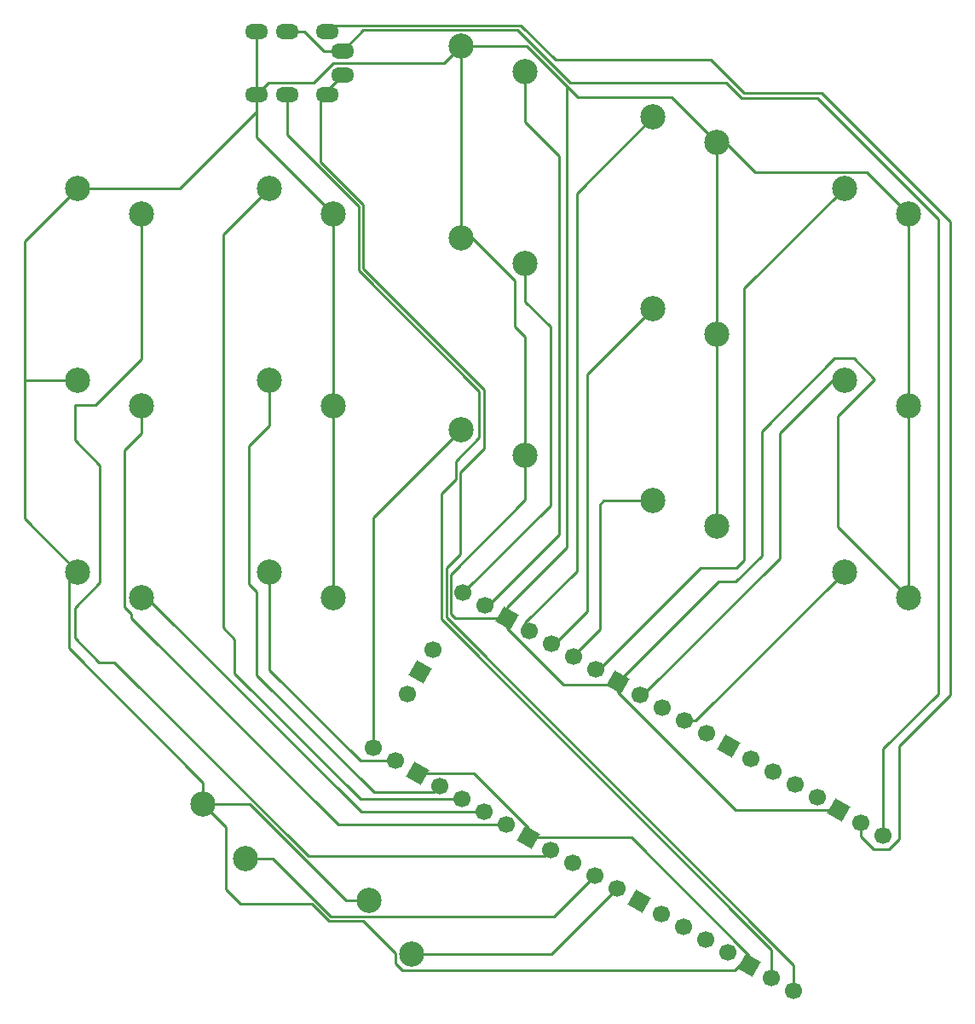
<source format=gbr>
%TF.GenerationSoftware,KiCad,Pcbnew,7.0.8-7.0.8~ubuntu22.04.1*%
%TF.CreationDate,2023-10-30T21:17:08+03:00*%
%TF.ProjectId,Keeb,4b656562-2e6b-4696-9361-645f70636258,rev?*%
%TF.SameCoordinates,Original*%
%TF.FileFunction,Copper,L1,Top*%
%TF.FilePolarity,Positive*%
%FSLAX46Y46*%
G04 Gerber Fmt 4.6, Leading zero omitted, Abs format (unit mm)*
G04 Created by KiCad (PCBNEW 7.0.8-7.0.8~ubuntu22.04.1) date 2023-10-30 21:17:08*
%MOMM*%
%LPD*%
G01*
G04 APERTURE LIST*
G04 Aperture macros list*
%AMHorizOval*
0 Thick line with rounded ends*
0 $1 width*
0 $2 $3 position (X,Y) of the first rounded end (center of the circle)*
0 $4 $5 position (X,Y) of the second rounded end (center of the circle)*
0 Add line between two ends*
20,1,$1,$2,$3,$4,$5,0*
0 Add two circle primitives to create the rounded ends*
1,1,$1,$2,$3*
1,1,$1,$4,$5*%
%AMRotRect*
0 Rectangle, with rotation*
0 The origin of the aperture is its center*
0 $1 length*
0 $2 width*
0 $3 Rotation angle, in degrees counterclockwise*
0 Add horizontal line*
21,1,$1,$2,0,0,$3*%
G04 Aperture macros list end*
%TA.AperFunction,ComponentPad*%
%ADD10O,2.300000X1.500000*%
%TD*%
%TA.AperFunction,ComponentPad*%
%ADD11C,2.500000*%
%TD*%
%TA.AperFunction,ComponentPad*%
%ADD12HorizOval,1.700000X0.000000X0.000000X0.000000X0.000000X0*%
%TD*%
%TA.AperFunction,ComponentPad*%
%ADD13RotRect,1.700000X1.700000X60.000000*%
%TD*%
%TA.AperFunction,Conductor*%
%ADD14C,0.250000*%
%TD*%
G04 APERTURE END LIST*
D10*
%TO.P,J2,1,A*%
%TO.N,0*%
X135880000Y-39280000D03*
%TO.P,J2,2,B*%
%TO.N,GND*%
X127380000Y-34980000D03*
%TO.P,J2,3,C*%
%TO.N,3v3*%
X130380000Y-34980000D03*
%TO.P,J2,4,D*%
%TO.N,VSYS*%
X134380000Y-34980000D03*
%TD*%
%TO.P,J1,1,A*%
%TO.N,3v3*%
X135875000Y-36917944D03*
%TO.P,J1,2,B*%
%TO.N,GND*%
X127375000Y-41217944D03*
%TO.P,J1,3,C*%
%TO.N,1*%
X130375000Y-41217944D03*
%TO.P,J1,4,D*%
%TO.N,0*%
X134375000Y-41217944D03*
%TD*%
D11*
%TO.P,SW3,1*%
%TO.N,GND*%
X192135000Y-53077944D03*
%TO.P,SW3,2*%
%TO.N,21*%
X185785000Y-50537944D03*
%TD*%
%TO.P,SW4,1*%
%TO.N,GND*%
X192135000Y-72127944D03*
%TO.P,SW4,2*%
%TO.N,22*%
X185785000Y-69587944D03*
%TD*%
%TO.P,SW5,1*%
%TO.N,GND*%
X192135000Y-91177944D03*
%TO.P,SW5,2*%
%TO.N,26*%
X185785000Y-88637944D03*
%TD*%
%TO.P,SW6,1*%
%TO.N,GND*%
X173085000Y-46027944D03*
%TO.P,SW6,2*%
%TO.N,18*%
X166735000Y-43487944D03*
%TD*%
%TO.P,SW7,1*%
%TO.N,GND*%
X173085000Y-65077944D03*
%TO.P,SW7,2*%
%TO.N,19*%
X166735000Y-62537944D03*
%TD*%
%TO.P,SW8,1*%
%TO.N,GND*%
X173085000Y-84127944D03*
%TO.P,SW8,2*%
%TO.N,20*%
X166735000Y-81587944D03*
%TD*%
%TO.P,SW9,1*%
%TO.N,17*%
X154035000Y-38977944D03*
%TO.P,SW9,2*%
%TO.N,GND*%
X147685000Y-36437944D03*
%TD*%
%TO.P,SW10,1*%
%TO.N,16*%
X154035000Y-58027944D03*
%TO.P,SW10,2*%
%TO.N,GND*%
X147685000Y-55487944D03*
%TD*%
%TO.P,SW11,1*%
%TO.N,GND*%
X154035000Y-77077944D03*
%TO.P,SW11,2*%
%TO.N,15*%
X147685000Y-74537944D03*
%TD*%
%TO.P,SW13,1*%
%TO.N,GND*%
X134985000Y-53077944D03*
%TO.P,SW13,2*%
%TO.N,12*%
X128635000Y-50537944D03*
%TD*%
%TO.P,SW14,1*%
%TO.N,GND*%
X134985000Y-72127944D03*
%TO.P,SW14,2*%
%TO.N,13*%
X128635000Y-69587944D03*
%TD*%
%TO.P,SW15,1*%
%TO.N,GND*%
X134985000Y-91177944D03*
%TO.P,SW15,2*%
%TO.N,14*%
X128635000Y-88637944D03*
%TD*%
%TO.P,SW16,1*%
%TO.N,6*%
X142781914Y-126612806D03*
%TO.P,SW16,2*%
%TO.N,GND*%
X138552652Y-121238102D03*
%TD*%
%TO.P,SW17,1*%
%TO.N,9*%
X115935000Y-53077944D03*
%TO.P,SW17,2*%
%TO.N,GND*%
X109585000Y-50537944D03*
%TD*%
%TO.P,SW18,1*%
%TO.N,10*%
X115935000Y-72127944D03*
%TO.P,SW18,2*%
%TO.N,GND*%
X109585000Y-69587944D03*
%TD*%
%TO.P,SW19,1*%
%TO.N,11*%
X115935000Y-91177944D03*
%TO.P,SW19,2*%
%TO.N,GND*%
X109585000Y-88637944D03*
%TD*%
%TO.P,SW20,1*%
%TO.N,7*%
X126284130Y-117087806D03*
%TO.P,SW20,2*%
%TO.N,GND*%
X122054868Y-111713102D03*
%TD*%
D12*
%TO.P,U1,1,GPIO0*%
%TO.N,0*%
X180742193Y-130263966D03*
%TO.P,U1,2,GPIO1*%
%TO.N,1*%
X178542488Y-128993966D03*
D13*
%TO.P,U1,3,GND*%
%TO.N,GND*%
X176342784Y-127723966D03*
D12*
%TO.P,U1,4,GPIO2*%
%TO.N,2*%
X174143079Y-126453966D03*
%TO.P,U1,5,GPIO3*%
%TO.N,3*%
X171943375Y-125183966D03*
%TO.P,U1,6,GPIO4*%
%TO.N,4*%
X169743670Y-123913966D03*
%TO.P,U1,7,GPIO5*%
%TO.N,5*%
X167543966Y-122643966D03*
D13*
%TO.P,U1,8,GND*%
%TO.N,unconnected-(U1-GND-Pad8)*%
X165344261Y-121373966D03*
D12*
%TO.P,U1,9,GPIO6*%
%TO.N,6*%
X163144557Y-120103966D03*
%TO.P,U1,10,GPIO7*%
%TO.N,7*%
X160944852Y-118833966D03*
%TO.P,U1,11,GPIO8*%
%TO.N,8*%
X158745148Y-117563966D03*
%TO.P,U1,12,GPIO9*%
%TO.N,9*%
X156545443Y-116293966D03*
D13*
%TO.P,U1,13,GND*%
%TO.N,GND*%
X154345739Y-115023966D03*
D12*
%TO.P,U1,14,GPIO10*%
%TO.N,10*%
X152146034Y-113753966D03*
%TO.P,U1,15,GPIO11*%
%TO.N,11*%
X149946330Y-112483966D03*
%TO.P,U1,16,GPIO12*%
%TO.N,12*%
X147746625Y-111213966D03*
%TO.P,U1,17,GPIO13*%
%TO.N,13*%
X145546921Y-109943966D03*
D13*
%TO.P,U1,18,GND*%
%TO.N,GND*%
X143347216Y-108673966D03*
D12*
%TO.P,U1,19,GPIO14*%
%TO.N,14*%
X141147512Y-107403966D03*
%TO.P,U1,20,GPIO15*%
%TO.N,15*%
X138947807Y-106133966D03*
%TO.P,U1,21,GPIO16*%
%TO.N,16*%
X147837807Y-90736034D03*
%TO.P,U1,22,GPIO17*%
%TO.N,17*%
X150037512Y-92006034D03*
D13*
%TO.P,U1,23,GND*%
%TO.N,GND*%
X152237216Y-93276034D03*
D12*
%TO.P,U1,24,GPIO18*%
%TO.N,18*%
X154436921Y-94546034D03*
%TO.P,U1,25,GPIO19*%
%TO.N,19*%
X156636625Y-95816034D03*
%TO.P,U1,26,GPIO20*%
%TO.N,20*%
X158836330Y-97086034D03*
%TO.P,U1,27,GPIO21*%
%TO.N,21*%
X161036034Y-98356034D03*
D13*
%TO.P,U1,28,GND*%
%TO.N,GND*%
X163235739Y-99626034D03*
D12*
%TO.P,U1,29,GPIO22*%
%TO.N,22*%
X165435443Y-100896034D03*
%TO.P,U1,30,RUN*%
%TO.N,unconnected-(U1-RUN-Pad30)*%
X167635148Y-102166034D03*
%TO.P,U1,31,GPIO26_ADC0*%
%TO.N,26*%
X169834852Y-103436034D03*
%TO.P,U1,32,GPIO27_ADC1*%
%TO.N,27*%
X172034557Y-104706034D03*
D13*
%TO.P,U1,33,AGND*%
%TO.N,unconnected-(U1-AGND-Pad33)*%
X174234261Y-105976034D03*
D12*
%TO.P,U1,34,GPIO28_ADC2*%
%TO.N,28*%
X176433966Y-107246034D03*
%TO.P,U1,35,ADC_VREF*%
%TO.N,unconnected-(U1-ADC_VREF-Pad35)*%
X178633670Y-108516034D03*
%TO.P,U1,36,3V3*%
%TO.N,unconnected-(U1-3V3-Pad36)*%
X180833375Y-109786034D03*
%TO.P,U1,37,3V3_EN*%
%TO.N,unconnected-(U1-3V3_EN-Pad37)*%
X183033079Y-111056034D03*
D13*
%TO.P,U1,38,GND*%
%TO.N,GND*%
X185232784Y-112326034D03*
D12*
%TO.P,U1,39,VSYS*%
%TO.N,VSYS*%
X187432488Y-113596034D03*
%TO.P,U1,40,VBUS*%
%TO.N,3v3*%
X189632193Y-114866034D03*
%TO.P,U1,41,SWCLK*%
%TO.N,unconnected-(U1-SWCLK-Pad41)*%
X142321993Y-100749705D03*
D13*
%TO.P,U1,42,GND*%
%TO.N,unconnected-(U1-GND-Pad42)*%
X143591993Y-98550000D03*
D12*
%TO.P,U1,43,SWDIO*%
%TO.N,unconnected-(U1-SWDIO-Pad43)*%
X144861993Y-96350295D03*
%TD*%
D14*
%TO.N,9*%
X111820000Y-89720000D02*
X111820000Y-78070000D01*
X113210000Y-97600000D02*
X111720000Y-97600000D01*
X109340000Y-95220000D02*
X109340000Y-92200000D01*
X111374187Y-72060000D02*
X115935000Y-67499187D01*
X132502534Y-116892534D02*
X113210000Y-97600000D01*
X109340000Y-92200000D02*
X111820000Y-89720000D01*
X111720000Y-97600000D02*
X109340000Y-95220000D01*
X115935000Y-67499187D02*
X115935000Y-53077944D01*
X109330000Y-72060000D02*
X111374187Y-72060000D01*
X109330000Y-75580000D02*
X109330000Y-72060000D01*
X111820000Y-78070000D02*
X109330000Y-75580000D01*
X156545443Y-116293966D02*
X155946875Y-116892534D01*
X155946875Y-116892534D02*
X132502534Y-116892534D01*
%TO.N,10*%
X114950000Y-93230711D02*
X114950000Y-92850000D01*
X114950000Y-92850000D02*
X114210000Y-92110000D01*
X114210000Y-76578097D02*
X115935000Y-74853097D01*
X152146034Y-113753966D02*
X135473255Y-113753966D01*
X114210000Y-92110000D02*
X114210000Y-76578097D01*
X115935000Y-74853097D02*
X115935000Y-72127944D01*
X135473255Y-113753966D02*
X114950000Y-93230711D01*
%TO.N,11*%
X116432767Y-91177944D02*
X115935000Y-91177944D01*
X137738789Y-112483966D02*
X116432767Y-91177944D01*
X149946330Y-112483966D02*
X137738789Y-112483966D01*
%TO.N,13*%
X127356396Y-98886396D02*
X127356396Y-90646396D01*
X126580000Y-76130000D02*
X128635000Y-74075000D01*
X145546921Y-109943966D02*
X144948353Y-110542534D01*
X126580000Y-89870000D02*
X126580000Y-76130000D01*
X128635000Y-74075000D02*
X128635000Y-69587944D01*
X144948353Y-110542534D02*
X139012534Y-110542534D01*
X127356396Y-90646396D02*
X126580000Y-89870000D01*
X139012534Y-110542534D02*
X127356396Y-98886396D01*
%TO.N,16*%
X147837807Y-90736034D02*
X156555000Y-82018841D01*
X154035000Y-61795000D02*
X154035000Y-58027944D01*
X156555000Y-82018841D02*
X156555000Y-64315000D01*
X156555000Y-64315000D02*
X154035000Y-61795000D01*
%TO.N,17*%
X157420000Y-84944486D02*
X157420000Y-47321701D01*
X150358452Y-92006034D02*
X157420000Y-84944486D01*
X154035000Y-43936701D02*
X154035000Y-38977944D01*
X150037512Y-92006034D02*
X150358452Y-92006034D01*
X157420000Y-47321701D02*
X154035000Y-43936701D01*
%TO.N,18*%
X154436921Y-94546034D02*
X154070000Y-94179113D01*
X154070000Y-94179113D02*
X154070000Y-93696053D01*
X154070000Y-93696053D02*
X159180000Y-88586053D01*
X159180000Y-88586053D02*
X159180000Y-51042944D01*
X159180000Y-51042944D02*
X166735000Y-43487944D01*
%TO.N,19*%
X156636625Y-95816034D02*
X156957565Y-95816034D01*
X160250000Y-92523599D02*
X160250000Y-69022944D01*
X160250000Y-69022944D02*
X166735000Y-62537944D01*
X156957565Y-95816034D02*
X160250000Y-92523599D01*
%TO.N,20*%
X158836330Y-97086034D02*
X158836330Y-96943670D01*
X161460000Y-94320000D02*
X161460000Y-81942944D01*
X161815000Y-81587944D02*
X166735000Y-81587944D01*
X161460000Y-81942944D02*
X161815000Y-81587944D01*
X158836330Y-96943670D02*
X161460000Y-94320000D01*
%TO.N,21*%
X161036034Y-98356034D02*
X161356974Y-98356034D01*
X161356974Y-98356034D02*
X171463008Y-88250000D01*
X171463008Y-88250000D02*
X175020000Y-88250000D01*
X175020000Y-88250000D02*
X175830000Y-87440000D01*
X175830000Y-87440000D02*
X175830000Y-60492944D01*
X175830000Y-60492944D02*
X185785000Y-50537944D01*
%TO.N,22*%
X165756383Y-100896034D02*
X165435443Y-100896034D01*
X184612056Y-69587944D02*
X179350000Y-74850000D01*
X179350000Y-87302417D02*
X165756383Y-100896034D01*
X185785000Y-69587944D02*
X184612056Y-69587944D01*
X179350000Y-74850000D02*
X179350000Y-87302417D01*
%TO.N,26*%
X185785000Y-88637944D02*
X170986910Y-103436034D01*
X170986910Y-103436034D02*
X169834852Y-103436034D01*
%TO.N,GND*%
X109585000Y-50537944D02*
X104310000Y-55812944D01*
X108704479Y-89518465D02*
X108704479Y-96217423D01*
X124300000Y-120170000D02*
X124300000Y-113958234D01*
X154020000Y-77062944D02*
X154020000Y-65310000D01*
X163235739Y-99626034D02*
X163019618Y-99842155D01*
X154217944Y-36437944D02*
X153715660Y-36437944D01*
X104310000Y-83362944D02*
X109585000Y-88637944D01*
X154035000Y-81505000D02*
X146662807Y-88877193D01*
X152237216Y-93276034D02*
X152237216Y-92112784D01*
X173250000Y-89630000D02*
X163253966Y-99626034D01*
X154035000Y-77077944D02*
X154035000Y-81505000D01*
X146662807Y-88877193D02*
X146662807Y-92846411D01*
X104310000Y-55812944D02*
X104310000Y-69702944D01*
X128550000Y-40042944D02*
X133027056Y-40042944D01*
X104425000Y-69587944D02*
X104310000Y-69702944D01*
X188020000Y-48962944D02*
X192135000Y-53077944D01*
X146662807Y-92846411D02*
X147092430Y-93276034D01*
X163235739Y-100607530D02*
X163235739Y-99626034D01*
X174887743Y-128197511D02*
X141867511Y-128197511D01*
X108704479Y-96217423D02*
X122054868Y-109567812D01*
X126686706Y-111713102D02*
X122054868Y-111713102D01*
X177530000Y-87080000D02*
X174980000Y-89630000D01*
X154345739Y-115023966D02*
X154345739Y-114042470D01*
X163019618Y-99842155D02*
X157801179Y-99842155D01*
X185139340Y-73140660D02*
X188785000Y-69495000D01*
X141160000Y-126496397D02*
X137973603Y-123310000D01*
X176342784Y-127723966D02*
X175361288Y-127723966D01*
X134580000Y-123310000D02*
X132860000Y-121590000D01*
X173937944Y-46027944D02*
X176872944Y-48962944D01*
X127375000Y-41217944D02*
X127375000Y-42943858D01*
X173085000Y-46027944D02*
X173937944Y-46027944D01*
X148977235Y-108673966D02*
X143347216Y-108673966D01*
X104310000Y-69702944D02*
X104310000Y-83362944D01*
X134985000Y-53077944D02*
X134985000Y-91177944D01*
X185232784Y-112326034D02*
X174954243Y-112326034D01*
X186730000Y-67440000D02*
X184756548Y-67440000D01*
X164624280Y-115023966D02*
X154345739Y-115023966D01*
X154020000Y-65310000D02*
X153030000Y-64320000D01*
X153030000Y-59720000D02*
X148797944Y-55487944D01*
X109585000Y-69587944D02*
X104425000Y-69587944D01*
X138552652Y-121238102D02*
X136211706Y-121238102D01*
X192135000Y-91177944D02*
X185139340Y-84182284D01*
X192135000Y-53077944D02*
X192135000Y-91177944D01*
X136211706Y-121238102D02*
X126686706Y-111713102D01*
X141867511Y-128197511D02*
X141160000Y-127490000D01*
X173085000Y-46027944D02*
X173085000Y-84127944D01*
X146012944Y-38110000D02*
X147685000Y-36437944D01*
X148797944Y-55487944D02*
X147685000Y-55487944D01*
X177530000Y-74666548D02*
X177530000Y-87080000D01*
X127375000Y-41217944D02*
X127375000Y-34985000D01*
X159280000Y-41500000D02*
X154217944Y-36437944D01*
X176342784Y-126742470D02*
X164624280Y-115023966D01*
X132860000Y-121590000D02*
X125720000Y-121590000D01*
X188785000Y-69495000D02*
X186730000Y-67440000D01*
X153715660Y-36437944D02*
X147685000Y-36437944D01*
X137973603Y-123310000D02*
X134580000Y-123310000D01*
X174980000Y-89630000D02*
X173250000Y-89630000D01*
X158160000Y-86190000D02*
X158160000Y-40380000D01*
X127375000Y-45467944D02*
X127375000Y-41217944D01*
X163253966Y-99626034D02*
X163235739Y-99626034D01*
X158160000Y-40380000D02*
X154217944Y-36437944D01*
X176872944Y-48962944D02*
X188020000Y-48962944D01*
X147092430Y-93276034D02*
X152237216Y-93276034D01*
X122054868Y-109567812D02*
X122054868Y-111713102D01*
X157801179Y-99842155D02*
X152237216Y-94278192D01*
X154345739Y-114042470D02*
X148977235Y-108673966D01*
X141160000Y-127490000D02*
X141160000Y-126496397D01*
X173085000Y-46027944D02*
X168557056Y-41500000D01*
X127375000Y-34985000D02*
X127380000Y-34980000D01*
X134960000Y-38110000D02*
X146012944Y-38110000D01*
X174954243Y-112326034D02*
X163235739Y-100607530D01*
X125720000Y-121590000D02*
X124300000Y-120170000D01*
X119780914Y-50537944D02*
X109585000Y-50537944D01*
X175361288Y-127723966D02*
X174887743Y-128197511D01*
X184756548Y-67440000D02*
X177530000Y-74666548D01*
X134985000Y-53077944D02*
X127375000Y-45467944D01*
X154035000Y-77077944D02*
X154020000Y-77062944D01*
X168557056Y-41500000D02*
X159280000Y-41500000D01*
X152237216Y-94278192D02*
X152237216Y-93276034D01*
X147685000Y-36437944D02*
X147685000Y-55487944D01*
X152237216Y-92112784D02*
X158160000Y-86190000D01*
X127375000Y-42943858D02*
X119780914Y-50537944D01*
X127375000Y-41217944D02*
X128550000Y-40042944D01*
X153030000Y-64320000D02*
X153030000Y-59720000D01*
X176342784Y-127723966D02*
X176342784Y-126742470D01*
X109585000Y-88637944D02*
X108704479Y-89518465D01*
X185139340Y-84182284D02*
X185139340Y-73140660D01*
X124300000Y-113958234D02*
X122054868Y-111713102D01*
X133027056Y-40042944D02*
X134960000Y-38110000D01*
%TO.N,3v3*%
X189632193Y-114866034D02*
X189632193Y-106221411D01*
X158490000Y-40030000D02*
X153310000Y-34850000D01*
X153310000Y-34850000D02*
X137942944Y-34850000D01*
X130380000Y-34980000D02*
X132120000Y-34980000D01*
X174053604Y-40030000D02*
X158490000Y-40030000D01*
X137942944Y-34850000D02*
X135875000Y-36917944D01*
X189632193Y-106221411D02*
X195100000Y-100753604D01*
X195100000Y-100753604D02*
X195100000Y-53570000D01*
X183080000Y-41550000D02*
X175573604Y-41550000D01*
X175573604Y-41550000D02*
X174053604Y-40030000D01*
X134057944Y-36917944D02*
X135875000Y-36917944D01*
X132120000Y-34980000D02*
X134057944Y-36917944D01*
X195100000Y-53570000D02*
X183080000Y-41550000D01*
%TO.N,0*%
X137955000Y-52185000D02*
X137955000Y-58545000D01*
X147590000Y-78730000D02*
X147590000Y-86890000D01*
X133686363Y-47916363D02*
X137955000Y-52185000D01*
X137955000Y-58545000D02*
X149940000Y-70530000D01*
X134375000Y-40785000D02*
X134375000Y-41217944D01*
X133686363Y-41906581D02*
X133686363Y-47916363D01*
X135880000Y-39280000D02*
X134375000Y-40785000D01*
X146212807Y-93172807D02*
X180742193Y-127702193D01*
X147590000Y-86890000D02*
X146212807Y-88267193D01*
X149940000Y-70530000D02*
X149940000Y-76380000D01*
X134375000Y-41217944D02*
X133686363Y-41906581D01*
X146212807Y-88267193D02*
X146212807Y-93172807D01*
X149940000Y-76380000D02*
X147590000Y-78730000D01*
X180742193Y-127702193D02*
X180742193Y-130263966D01*
%TO.N,1*%
X149490000Y-75320000D02*
X149490000Y-70716396D01*
X137505000Y-58731396D02*
X137505000Y-52371396D01*
X145710000Y-80890000D02*
X147140000Y-79460000D01*
X178542488Y-128993966D02*
X178542488Y-126138884D01*
X147140000Y-79460000D02*
X147140000Y-77670000D01*
X147140000Y-77670000D02*
X149490000Y-75320000D01*
X130375000Y-45241396D02*
X130375000Y-41217944D01*
X178542488Y-126138884D02*
X145710000Y-93306396D01*
X149490000Y-70716396D02*
X137505000Y-58731396D01*
X145710000Y-93306396D02*
X145710000Y-80890000D01*
X137505000Y-52371396D02*
X130375000Y-45241396D01*
%TO.N,6*%
X142781914Y-126612806D02*
X156635717Y-126612806D01*
X156635717Y-126612806D02*
X163144557Y-120103966D01*
%TO.N,7*%
X160944852Y-118833966D02*
X156918818Y-122860000D01*
X134766396Y-122860000D02*
X128994202Y-117087806D01*
X156918818Y-122860000D02*
X134766396Y-122860000D01*
X128994202Y-117087806D02*
X126284130Y-117087806D01*
%TO.N,15*%
X138947807Y-106133966D02*
X138947807Y-83275137D01*
X138947807Y-83275137D02*
X147685000Y-74537944D01*
%TO.N,14*%
X128635000Y-98365000D02*
X128635000Y-88637944D01*
X141147512Y-107403966D02*
X137673966Y-107403966D01*
X137673966Y-107403966D02*
X128635000Y-98365000D01*
X128670000Y-88602944D02*
X128635000Y-88637944D01*
%TO.N,12*%
X147746625Y-111213966D02*
X137653966Y-111213966D01*
X128635000Y-50537944D02*
X128670000Y-50572944D01*
X124070000Y-55102944D02*
X128635000Y-50537944D01*
X124070000Y-94189005D02*
X124070000Y-55102944D01*
X125200000Y-95319005D02*
X124070000Y-94189005D01*
X125200000Y-98760000D02*
X125200000Y-95319005D01*
X137653966Y-111213966D02*
X125200000Y-98760000D01*
%TO.N,VSYS*%
X190160000Y-116160000D02*
X191160000Y-115160000D01*
X153650000Y-34400000D02*
X134960000Y-34400000D01*
X134960000Y-34400000D02*
X134380000Y-34980000D01*
X191160000Y-115160000D02*
X191160000Y-105970000D01*
X183520000Y-41100000D02*
X175760000Y-41100000D01*
X188690000Y-116160000D02*
X190160000Y-116160000D01*
X187432488Y-114902488D02*
X188690000Y-116160000D01*
X196290000Y-53870000D02*
X183520000Y-41100000D01*
X196290000Y-100840000D02*
X196290000Y-53870000D01*
X187432488Y-113596034D02*
X187432488Y-114902488D01*
X172460000Y-37800000D02*
X157050000Y-37800000D01*
X157050000Y-37800000D02*
X153650000Y-34400000D01*
X175760000Y-41100000D02*
X172460000Y-37800000D01*
X191160000Y-105970000D02*
X196290000Y-100840000D01*
%TD*%
M02*

</source>
